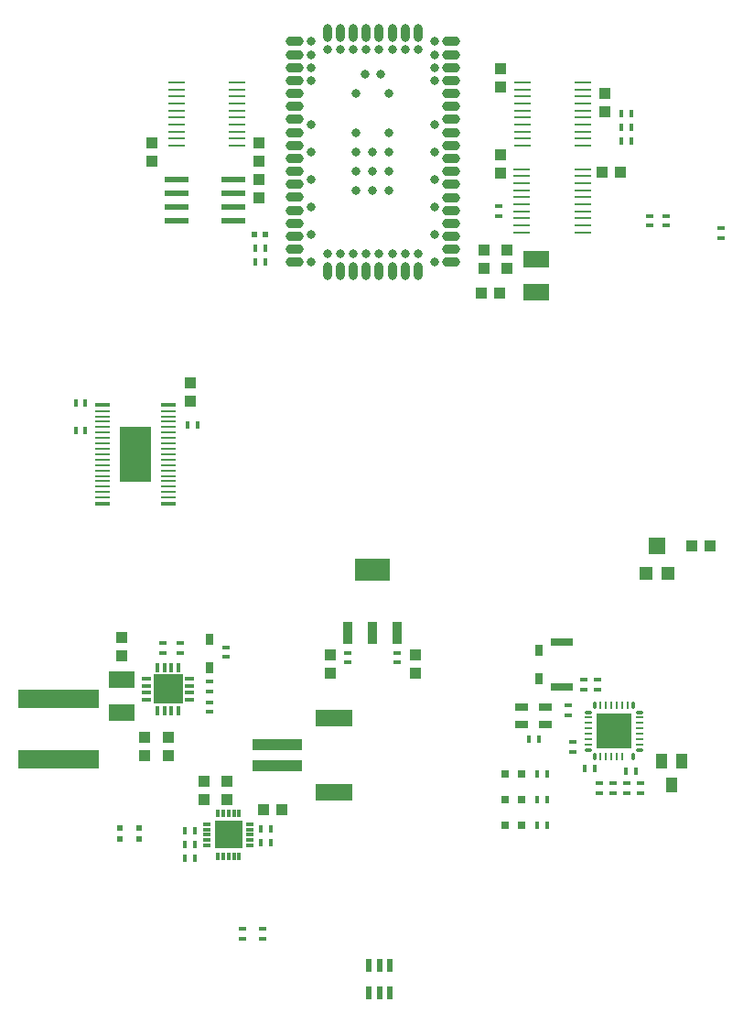
<source format=gtp>
G04 Layer_Color=8421504*
%FSLAX24Y24*%
%MOIN*%
G70*
G01*
G75*
%ADD10R,0.0866X0.0236*%
%ADD12R,0.0236X0.0197*%
%ADD13R,0.0315X0.0315*%
%ADD14R,0.0472X0.0472*%
%ADD15R,0.0630X0.0591*%
%ADD16R,0.0197X0.0236*%
%ADD17R,0.0216X0.0472*%
%ADD18R,0.0433X0.0394*%
%ADD19R,0.0180X0.0300*%
%ADD20R,0.2953X0.0709*%
%ADD21R,0.0394X0.0433*%
%ADD22R,0.0315X0.0394*%
%ADD23R,0.0300X0.0180*%
%ADD24R,0.1339X0.0630*%
%ADD25R,0.1811X0.0394*%
%ADD26R,0.0287X0.0118*%
%ADD27R,0.0118X0.0287*%
%ADD28R,0.0984X0.0984*%
%ADD29R,0.0945X0.0630*%
%ADD30R,0.0335X0.0138*%
%ADD31R,0.0138X0.0335*%
%ADD32R,0.1063X0.1063*%
%ADD33R,0.0610X0.0098*%
%ADD34R,0.1181X0.1984*%
%ADD35R,0.0531X0.0177*%
%ADD36R,0.0531X0.0098*%
%ADD37R,0.1280X0.0847*%
%ADD38R,0.0374X0.0847*%
%ADD39R,0.0500X0.0250*%
G04:AMPARAMS|DCode=40|XSize=27.6mil|YSize=11mil|CornerRadius=2.8mil|HoleSize=0mil|Usage=FLASHONLY|Rotation=0.000|XOffset=0mil|YOffset=0mil|HoleType=Round|Shape=RoundedRectangle|*
%AMROUNDEDRECTD40*
21,1,0.0276,0.0055,0,0,0.0*
21,1,0.0221,0.0110,0,0,0.0*
1,1,0.0055,0.0110,-0.0028*
1,1,0.0055,-0.0110,-0.0028*
1,1,0.0055,-0.0110,0.0028*
1,1,0.0055,0.0110,0.0028*
%
%ADD40ROUNDEDRECTD40*%
%ADD41R,0.0276X0.0110*%
G04:AMPARAMS|DCode=42|XSize=11mil|YSize=27.6mil|CornerRadius=2.8mil|HoleSize=0mil|Usage=FLASHONLY|Rotation=0.000|XOffset=0mil|YOffset=0mil|HoleType=Round|Shape=RoundedRectangle|*
%AMROUNDEDRECTD42*
21,1,0.0110,0.0221,0,0,0.0*
21,1,0.0055,0.0276,0,0,0.0*
1,1,0.0055,0.0028,-0.0110*
1,1,0.0055,-0.0028,-0.0110*
1,1,0.0055,-0.0028,0.0110*
1,1,0.0055,0.0028,0.0110*
%
%ADD42ROUNDEDRECTD42*%
%ADD43R,0.0110X0.0276*%
%ADD44R,0.1260X0.1260*%
%ADD45R,0.0394X0.0551*%
%ADD46R,0.0787X0.0315*%
G04:AMPARAMS|DCode=47|XSize=31.5mil|YSize=31.5mil|CornerRadius=15.8mil|HoleSize=0mil|Usage=FLASHONLY|Rotation=90.000|XOffset=0mil|YOffset=0mil|HoleType=Round|Shape=RoundedRectangle|*
%AMROUNDEDRECTD47*
21,1,0.0315,0.0000,0,0,90.0*
21,1,0.0000,0.0315,0,0,90.0*
1,1,0.0315,0.0000,0.0000*
1,1,0.0315,0.0000,0.0000*
1,1,0.0315,0.0000,0.0000*
1,1,0.0315,0.0000,0.0000*
%
%ADD47ROUNDEDRECTD47*%
G04:AMPARAMS|DCode=48|XSize=31.5mil|YSize=31.5mil|CornerRadius=15.8mil|HoleSize=0mil|Usage=FLASHONLY|Rotation=180.000|XOffset=0mil|YOffset=0mil|HoleType=Round|Shape=RoundedRectangle|*
%AMROUNDEDRECTD48*
21,1,0.0315,0.0000,0,0,180.0*
21,1,0.0000,0.0315,0,0,180.0*
1,1,0.0315,0.0000,0.0000*
1,1,0.0315,0.0000,0.0000*
1,1,0.0315,0.0000,0.0000*
1,1,0.0315,0.0000,0.0000*
%
%ADD48ROUNDEDRECTD48*%
G04:AMPARAMS|DCode=49|XSize=35.4mil|YSize=65mil|CornerRadius=17.7mil|HoleSize=0mil|Usage=FLASHONLY|Rotation=270.000|XOffset=0mil|YOffset=0mil|HoleType=Round|Shape=RoundedRectangle|*
%AMROUNDEDRECTD49*
21,1,0.0354,0.0296,0,0,270.0*
21,1,0.0000,0.0650,0,0,270.0*
1,1,0.0354,-0.0148,0.0000*
1,1,0.0354,-0.0148,0.0000*
1,1,0.0354,0.0148,0.0000*
1,1,0.0354,0.0148,0.0000*
%
%ADD49ROUNDEDRECTD49*%
G04:AMPARAMS|DCode=50|XSize=35.4mil|YSize=65mil|CornerRadius=17.7mil|HoleSize=0mil|Usage=FLASHONLY|Rotation=0.000|XOffset=0mil|YOffset=0mil|HoleType=Round|Shape=RoundedRectangle|*
%AMROUNDEDRECTD50*
21,1,0.0354,0.0296,0,0,0.0*
21,1,0.0000,0.0650,0,0,0.0*
1,1,0.0354,0.0000,-0.0148*
1,1,0.0354,0.0000,-0.0148*
1,1,0.0354,0.0000,0.0148*
1,1,0.0354,0.0000,0.0148*
%
%ADD50ROUNDEDRECTD50*%
D10*
X25674Y41550D02*
D03*
Y41050D02*
D03*
Y40550D02*
D03*
Y40050D02*
D03*
X23626D02*
D03*
Y40550D02*
D03*
Y41050D02*
D03*
Y41550D02*
D03*
D12*
X26453Y39550D02*
D03*
X26847D02*
D03*
D13*
X35585Y19905D02*
D03*
X36175D02*
D03*
X36171Y18979D02*
D03*
X35580D02*
D03*
X36175Y18053D02*
D03*
X35585D02*
D03*
D14*
X40713Y27200D02*
D03*
X41500D02*
D03*
D15*
X41106Y28204D02*
D03*
D16*
X22250Y17947D02*
D03*
Y17553D02*
D03*
X21550Y17947D02*
D03*
Y17553D02*
D03*
D17*
X30626Y11938D02*
D03*
X31000D02*
D03*
X31374D02*
D03*
Y12962D02*
D03*
X31000D02*
D03*
X30626D02*
D03*
D18*
X26600Y42885D02*
D03*
Y42215D02*
D03*
X22700Y42885D02*
D03*
Y42215D02*
D03*
X24600Y18965D02*
D03*
Y19635D02*
D03*
X25450Y18965D02*
D03*
Y19635D02*
D03*
X21620Y24205D02*
D03*
Y24875D02*
D03*
X23300Y20565D02*
D03*
Y21235D02*
D03*
X22450Y20565D02*
D03*
Y21235D02*
D03*
X39200Y44685D02*
D03*
Y44015D02*
D03*
X35400Y44915D02*
D03*
Y45585D02*
D03*
X24100Y33465D02*
D03*
Y34135D02*
D03*
X32300Y24235D02*
D03*
Y23565D02*
D03*
X29200Y24235D02*
D03*
Y23565D02*
D03*
X35400Y41765D02*
D03*
Y42435D02*
D03*
X26600Y40865D02*
D03*
Y41535D02*
D03*
X35650Y38985D02*
D03*
Y38315D02*
D03*
X34800Y38985D02*
D03*
Y38315D02*
D03*
D19*
X24280Y17350D02*
D03*
X23920D02*
D03*
X26830Y38550D02*
D03*
X26470D02*
D03*
X26830Y39050D02*
D03*
X26470D02*
D03*
X39820Y43450D02*
D03*
X40180D02*
D03*
X24280Y16850D02*
D03*
X23920D02*
D03*
Y17850D02*
D03*
X24280D02*
D03*
X26670Y17400D02*
D03*
X27030D02*
D03*
X26670Y17900D02*
D03*
X27030D02*
D03*
X20290Y32420D02*
D03*
X19930D02*
D03*
X24020Y32620D02*
D03*
X24380D02*
D03*
X19929Y33429D02*
D03*
X20289D02*
D03*
X39820Y43950D02*
D03*
X40180D02*
D03*
Y42950D02*
D03*
X39820D02*
D03*
X40330Y20000D02*
D03*
X39970D02*
D03*
X36745Y18976D02*
D03*
X37105D02*
D03*
X36750Y18050D02*
D03*
X37110D02*
D03*
X36750Y19903D02*
D03*
X37110D02*
D03*
X38470Y20100D02*
D03*
X38830D02*
D03*
X36800Y21180D02*
D03*
X36440D02*
D03*
D20*
X19300Y22650D02*
D03*
Y20445D02*
D03*
D21*
X42365Y28200D02*
D03*
X43035D02*
D03*
X26765Y18600D02*
D03*
X27435D02*
D03*
X34715Y37400D02*
D03*
X35385D02*
D03*
X39115Y41800D02*
D03*
X39785D02*
D03*
D22*
X24800Y23788D02*
D03*
Y24812D02*
D03*
X36800Y23388D02*
D03*
Y24412D02*
D03*
D23*
X26750Y13920D02*
D03*
Y14280D02*
D03*
X26000Y13920D02*
D03*
Y14280D02*
D03*
X25400Y24170D02*
D03*
Y24530D02*
D03*
X23750Y24680D02*
D03*
Y24320D02*
D03*
X23100D02*
D03*
Y24680D02*
D03*
X24800Y22920D02*
D03*
Y23280D02*
D03*
Y22170D02*
D03*
Y22530D02*
D03*
X41450Y40230D02*
D03*
Y39870D02*
D03*
X40850Y40230D02*
D03*
Y39870D02*
D03*
X43450Y39780D02*
D03*
Y39420D02*
D03*
X31650Y24330D02*
D03*
Y23970D02*
D03*
X29850Y24330D02*
D03*
Y23970D02*
D03*
X38450Y23350D02*
D03*
Y22990D02*
D03*
X39500Y19220D02*
D03*
Y19580D02*
D03*
X37870Y22050D02*
D03*
Y22410D02*
D03*
X38050Y21080D02*
D03*
Y20720D02*
D03*
X38950Y22990D02*
D03*
Y23350D02*
D03*
X35350Y40220D02*
D03*
Y40580D02*
D03*
X40000Y19220D02*
D03*
Y19580D02*
D03*
X40500D02*
D03*
Y19220D02*
D03*
X39000Y19580D02*
D03*
Y19220D02*
D03*
D24*
X29341Y19261D02*
D03*
Y21939D02*
D03*
D25*
X27293Y20994D02*
D03*
Y20206D02*
D03*
D26*
X24726Y18094D02*
D03*
Y17897D02*
D03*
Y17700D02*
D03*
Y17503D02*
D03*
Y17306D02*
D03*
X26274D02*
D03*
Y17503D02*
D03*
Y17700D02*
D03*
Y17897D02*
D03*
Y18094D02*
D03*
D27*
X25106Y16926D02*
D03*
X25303D02*
D03*
X25500D02*
D03*
X25697D02*
D03*
X25894D02*
D03*
Y18474D02*
D03*
X25697D02*
D03*
X25500D02*
D03*
X25303D02*
D03*
X25106D02*
D03*
D28*
X25500Y17700D02*
D03*
D29*
X21600Y23341D02*
D03*
Y22159D02*
D03*
X36700Y37459D02*
D03*
Y38641D02*
D03*
D30*
X22522Y23384D02*
D03*
Y23128D02*
D03*
Y22872D02*
D03*
Y22616D02*
D03*
X24077D02*
D03*
Y22872D02*
D03*
Y23128D02*
D03*
Y23384D02*
D03*
D31*
X22916Y22222D02*
D03*
X23172D02*
D03*
X23428D02*
D03*
X23684D02*
D03*
Y23777D02*
D03*
X23428D02*
D03*
X23172D02*
D03*
X22916D02*
D03*
D32*
X23300Y23000D02*
D03*
D33*
X38405Y45085D02*
D03*
Y44830D02*
D03*
Y44574D02*
D03*
Y44318D02*
D03*
Y44062D02*
D03*
Y43806D02*
D03*
Y43550D02*
D03*
Y43294D02*
D03*
Y43038D02*
D03*
Y42782D02*
D03*
X36200D02*
D03*
Y43038D02*
D03*
Y43294D02*
D03*
Y43550D02*
D03*
Y43806D02*
D03*
Y44062D02*
D03*
Y44318D02*
D03*
Y44574D02*
D03*
Y44830D02*
D03*
Y45085D02*
D03*
X25805Y42782D02*
D03*
Y43038D02*
D03*
Y43294D02*
D03*
Y43550D02*
D03*
Y43806D02*
D03*
Y44062D02*
D03*
Y44318D02*
D03*
Y44574D02*
D03*
Y44830D02*
D03*
Y45086D02*
D03*
X23600D02*
D03*
Y44830D02*
D03*
Y44574D02*
D03*
Y44318D02*
D03*
Y44062D02*
D03*
Y43806D02*
D03*
Y43550D02*
D03*
Y43294D02*
D03*
Y43038D02*
D03*
Y42782D02*
D03*
X38400Y41924D02*
D03*
Y41668D02*
D03*
Y41412D02*
D03*
Y41156D02*
D03*
Y40900D02*
D03*
Y40644D02*
D03*
Y40388D02*
D03*
Y40132D02*
D03*
Y39876D02*
D03*
Y39620D02*
D03*
X36195D02*
D03*
Y39876D02*
D03*
Y40132D02*
D03*
Y40388D02*
D03*
Y40644D02*
D03*
Y40900D02*
D03*
Y41156D02*
D03*
Y41412D02*
D03*
Y41668D02*
D03*
Y41924D02*
D03*
D34*
X22100Y31550D02*
D03*
D35*
X23301Y33361D02*
D03*
Y29739D02*
D03*
X20899D02*
D03*
Y33361D02*
D03*
D36*
X23301Y33125D02*
D03*
Y32928D02*
D03*
Y32731D02*
D03*
Y32534D02*
D03*
Y32337D02*
D03*
Y32141D02*
D03*
Y31944D02*
D03*
Y31747D02*
D03*
Y31550D02*
D03*
Y31353D02*
D03*
Y31156D02*
D03*
Y30959D02*
D03*
Y30763D02*
D03*
Y30566D02*
D03*
Y30369D02*
D03*
Y30172D02*
D03*
Y29975D02*
D03*
X20899D02*
D03*
Y30172D02*
D03*
Y30369D02*
D03*
Y30566D02*
D03*
Y30763D02*
D03*
Y30959D02*
D03*
Y31156D02*
D03*
Y31353D02*
D03*
Y31550D02*
D03*
Y31747D02*
D03*
Y31944D02*
D03*
Y32141D02*
D03*
Y32337D02*
D03*
Y32534D02*
D03*
Y32731D02*
D03*
Y32928D02*
D03*
Y33125D02*
D03*
D37*
X30750Y27334D02*
D03*
D38*
Y25050D02*
D03*
X29845D02*
D03*
X31655D02*
D03*
D39*
X37050Y22360D02*
D03*
X36190D02*
D03*
Y21700D02*
D03*
X37050D02*
D03*
D40*
X38620Y22164D02*
D03*
Y20786D02*
D03*
X40470D02*
D03*
Y22164D02*
D03*
D41*
X38620Y21967D02*
D03*
Y21770D02*
D03*
Y21573D02*
D03*
Y21376D02*
D03*
Y21179D02*
D03*
Y20983D02*
D03*
X40470D02*
D03*
Y21179D02*
D03*
Y21376D02*
D03*
Y21573D02*
D03*
Y21770D02*
D03*
Y21967D02*
D03*
D42*
X38856Y20550D02*
D03*
X40234D02*
D03*
Y22400D02*
D03*
X38856D02*
D03*
D43*
X39053Y20550D02*
D03*
X39250D02*
D03*
X39447D02*
D03*
X39644D02*
D03*
X39841D02*
D03*
X40037Y22400D02*
D03*
X39841D02*
D03*
X39644D02*
D03*
X39447D02*
D03*
X39250D02*
D03*
X39053D02*
D03*
D44*
X39545Y21475D02*
D03*
D45*
X41650Y19517D02*
D03*
X41276Y20383D02*
D03*
X42024D02*
D03*
D46*
X37650Y24727D02*
D03*
Y23073D02*
D03*
D47*
X33000Y45150D02*
D03*
Y45623D02*
D03*
Y46095D02*
D03*
Y46567D02*
D03*
X28512D02*
D03*
Y46095D02*
D03*
Y45623D02*
D03*
Y45150D02*
D03*
X31362Y41134D02*
D03*
Y41843D02*
D03*
Y42552D02*
D03*
Y43260D02*
D03*
Y44678D02*
D03*
X31031Y45386D02*
D03*
X30756Y41134D02*
D03*
Y41843D02*
D03*
Y42552D02*
D03*
X30150Y41134D02*
D03*
Y41843D02*
D03*
Y42552D02*
D03*
Y43260D02*
D03*
Y44678D02*
D03*
X30480Y45386D02*
D03*
X33000Y43532D02*
D03*
X28512D02*
D03*
X33000Y42532D02*
D03*
X28512D02*
D03*
X33000Y41532D02*
D03*
X28512D02*
D03*
X33000Y40532D02*
D03*
X28512D02*
D03*
X33000Y39532D02*
D03*
X28512D02*
D03*
X33000Y38532D02*
D03*
X28512D02*
D03*
D48*
X32409Y46272D02*
D03*
X31937D02*
D03*
X31465D02*
D03*
X30992D02*
D03*
X30520D02*
D03*
X30047D02*
D03*
X29575D02*
D03*
X29102D02*
D03*
Y38831D02*
D03*
X29575D02*
D03*
X30047D02*
D03*
X30520D02*
D03*
X30992D02*
D03*
X31465D02*
D03*
X31937D02*
D03*
X32409D02*
D03*
D49*
X33600Y38537D02*
D03*
Y39007D02*
D03*
Y39477D02*
D03*
Y39957D02*
D03*
Y40427D02*
D03*
Y40897D02*
D03*
Y41371D02*
D03*
Y41843D02*
D03*
Y42315D02*
D03*
Y42788D02*
D03*
Y43260D02*
D03*
Y43733D02*
D03*
Y44205D02*
D03*
Y44678D02*
D03*
Y45150D02*
D03*
Y45623D02*
D03*
Y46097D02*
D03*
Y46567D02*
D03*
X27911D02*
D03*
Y46095D02*
D03*
Y45623D02*
D03*
Y45150D02*
D03*
Y44678D02*
D03*
Y44205D02*
D03*
Y43733D02*
D03*
Y43260D02*
D03*
Y42788D02*
D03*
Y42315D02*
D03*
Y41843D02*
D03*
Y41371D02*
D03*
X27921Y40898D02*
D03*
Y40426D02*
D03*
Y39953D02*
D03*
Y39481D02*
D03*
Y39008D02*
D03*
Y38536D02*
D03*
D50*
X32410Y46876D02*
D03*
X31937D02*
D03*
X31465D02*
D03*
X30992D02*
D03*
X30520D02*
D03*
X30050D02*
D03*
X29575D02*
D03*
X29102D02*
D03*
Y38226D02*
D03*
X29575D02*
D03*
X30047D02*
D03*
X30520D02*
D03*
X30992D02*
D03*
X31465D02*
D03*
X31937D02*
D03*
X32409D02*
D03*
M02*

</source>
